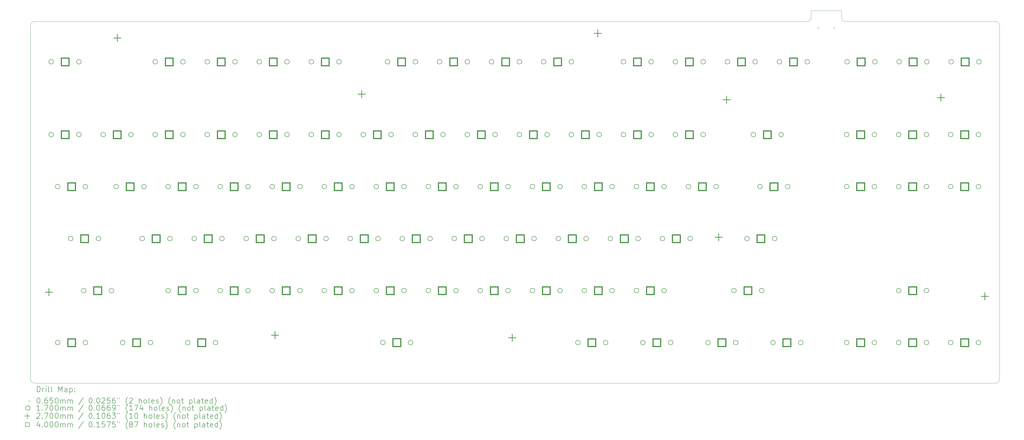
<source format=gbr>
%TF.GenerationSoftware,KiCad,Pcbnew,(6.0.10)*%
%TF.CreationDate,2023-01-10T21:57:41-05:00*%
%TF.ProjectId,2ndKeyboard,326e644b-6579-4626-9f61-72642e6b6963,rev?*%
%TF.SameCoordinates,Original*%
%TF.FileFunction,Drillmap*%
%TF.FilePolarity,Positive*%
%FSLAX45Y45*%
G04 Gerber Fmt 4.5, Leading zero omitted, Abs format (unit mm)*
G04 Created by KiCad (PCBNEW (6.0.10)) date 2023-01-10 21:57:41*
%MOMM*%
%LPD*%
G01*
G04 APERTURE LIST*
%ADD10C,0.100000*%
%ADD11C,0.200000*%
%ADD12C,0.065000*%
%ADD13C,0.170000*%
%ADD14C,0.270000*%
%ADD15C,0.400000*%
G04 APERTURE END LIST*
D10*
X4441251Y-2178000D02*
X32718375Y-2174875D01*
X4282501Y-2336750D02*
X4282500Y-15265747D01*
X32718375Y-2174875D02*
G75*
G03*
X32877125Y-2016125I-5J158755D01*
G01*
X32877125Y-2016125D02*
X32877125Y-1778000D01*
X4441251Y-2178001D02*
G75*
G03*
X4282501Y-2336750I9J-158759D01*
G01*
X32877125Y-1778000D02*
X33988375Y-1778000D01*
X39604000Y-15428000D02*
G75*
G03*
X39779000Y-15253000I14930J160070D01*
G01*
X4282503Y-15265747D02*
G75*
G03*
X4441250Y-15424497I158757J7D01*
G01*
X33988375Y-1778000D02*
X33988375Y-2016125D01*
X39779000Y-2333625D02*
X39779000Y-15253000D01*
X4441250Y-15424497D02*
X39604000Y-15428000D01*
X39778995Y-2333625D02*
G75*
G03*
X39620250Y-2174875I-158745J5D01*
G01*
X34147125Y-2174875D02*
X39620250Y-2174875D01*
X33988375Y-2016125D02*
G75*
G03*
X34147125Y-2174875I158745J-5D01*
G01*
D11*
D12*
X33111250Y-2377000D02*
X33176250Y-2442000D01*
X33176250Y-2377000D02*
X33111250Y-2442000D01*
X33689250Y-2377000D02*
X33754250Y-2442000D01*
X33754250Y-2377000D02*
X33689250Y-2442000D01*
D13*
X5133250Y-3651250D02*
G75*
G03*
X5133250Y-3651250I-85000J0D01*
G01*
X5133250Y-6318250D02*
G75*
G03*
X5133250Y-6318250I-85000J0D01*
G01*
X5371375Y-8223250D02*
G75*
G03*
X5371375Y-8223250I-85000J0D01*
G01*
X5371375Y-13938250D02*
G75*
G03*
X5371375Y-13938250I-85000J0D01*
G01*
X5847625Y-10128250D02*
G75*
G03*
X5847625Y-10128250I-85000J0D01*
G01*
X6149250Y-3651250D02*
G75*
G03*
X6149250Y-3651250I-85000J0D01*
G01*
X6149250Y-6318250D02*
G75*
G03*
X6149250Y-6318250I-85000J0D01*
G01*
X6324250Y-12035250D02*
G75*
G03*
X6324250Y-12035250I-85000J0D01*
G01*
X6387375Y-8223250D02*
G75*
G03*
X6387375Y-8223250I-85000J0D01*
G01*
X6387375Y-13938250D02*
G75*
G03*
X6387375Y-13938250I-85000J0D01*
G01*
X6863625Y-10128250D02*
G75*
G03*
X6863625Y-10128250I-85000J0D01*
G01*
X7038250Y-6318250D02*
G75*
G03*
X7038250Y-6318250I-85000J0D01*
G01*
X7340250Y-12035250D02*
G75*
G03*
X7340250Y-12035250I-85000J0D01*
G01*
X7514500Y-8223250D02*
G75*
G03*
X7514500Y-8223250I-85000J0D01*
G01*
X7752625Y-13938250D02*
G75*
G03*
X7752625Y-13938250I-85000J0D01*
G01*
X8054250Y-6318250D02*
G75*
G03*
X8054250Y-6318250I-85000J0D01*
G01*
X8467000Y-10128250D02*
G75*
G03*
X8467000Y-10128250I-85000J0D01*
G01*
X8530500Y-8223250D02*
G75*
G03*
X8530500Y-8223250I-85000J0D01*
G01*
X8768625Y-13938250D02*
G75*
G03*
X8768625Y-13938250I-85000J0D01*
G01*
X8943250Y-3651250D02*
G75*
G03*
X8943250Y-3651250I-85000J0D01*
G01*
X8943250Y-6318250D02*
G75*
G03*
X8943250Y-6318250I-85000J0D01*
G01*
X9419500Y-8223250D02*
G75*
G03*
X9419500Y-8223250I-85000J0D01*
G01*
X9419500Y-12033250D02*
G75*
G03*
X9419500Y-12033250I-85000J0D01*
G01*
X9483000Y-10128250D02*
G75*
G03*
X9483000Y-10128250I-85000J0D01*
G01*
X9959250Y-3651250D02*
G75*
G03*
X9959250Y-3651250I-85000J0D01*
G01*
X9959250Y-6318250D02*
G75*
G03*
X9959250Y-6318250I-85000J0D01*
G01*
X10133875Y-13938250D02*
G75*
G03*
X10133875Y-13938250I-85000J0D01*
G01*
X10372000Y-10128250D02*
G75*
G03*
X10372000Y-10128250I-85000J0D01*
G01*
X10435500Y-8223250D02*
G75*
G03*
X10435500Y-8223250I-85000J0D01*
G01*
X10435500Y-12033250D02*
G75*
G03*
X10435500Y-12033250I-85000J0D01*
G01*
X10848250Y-3651250D02*
G75*
G03*
X10848250Y-3651250I-85000J0D01*
G01*
X10848250Y-6318250D02*
G75*
G03*
X10848250Y-6318250I-85000J0D01*
G01*
X11149875Y-13938250D02*
G75*
G03*
X11149875Y-13938250I-85000J0D01*
G01*
X11324500Y-8223250D02*
G75*
G03*
X11324500Y-8223250I-85000J0D01*
G01*
X11324500Y-12033250D02*
G75*
G03*
X11324500Y-12033250I-85000J0D01*
G01*
X11388000Y-10128250D02*
G75*
G03*
X11388000Y-10128250I-85000J0D01*
G01*
X11864250Y-3651250D02*
G75*
G03*
X11864250Y-3651250I-85000J0D01*
G01*
X11864250Y-6318250D02*
G75*
G03*
X11864250Y-6318250I-85000J0D01*
G01*
X12277000Y-10128250D02*
G75*
G03*
X12277000Y-10128250I-85000J0D01*
G01*
X12340500Y-8223250D02*
G75*
G03*
X12340500Y-8223250I-85000J0D01*
G01*
X12340500Y-12033250D02*
G75*
G03*
X12340500Y-12033250I-85000J0D01*
G01*
X12753250Y-3651250D02*
G75*
G03*
X12753250Y-3651250I-85000J0D01*
G01*
X12753250Y-6318250D02*
G75*
G03*
X12753250Y-6318250I-85000J0D01*
G01*
X13229500Y-8223250D02*
G75*
G03*
X13229500Y-8223250I-85000J0D01*
G01*
X13229500Y-12033250D02*
G75*
G03*
X13229500Y-12033250I-85000J0D01*
G01*
X13293000Y-10128250D02*
G75*
G03*
X13293000Y-10128250I-85000J0D01*
G01*
X13769250Y-3651250D02*
G75*
G03*
X13769250Y-3651250I-85000J0D01*
G01*
X13769250Y-6318250D02*
G75*
G03*
X13769250Y-6318250I-85000J0D01*
G01*
X14182000Y-10128250D02*
G75*
G03*
X14182000Y-10128250I-85000J0D01*
G01*
X14245500Y-8223250D02*
G75*
G03*
X14245500Y-8223250I-85000J0D01*
G01*
X14245500Y-12033250D02*
G75*
G03*
X14245500Y-12033250I-85000J0D01*
G01*
X14658250Y-3651250D02*
G75*
G03*
X14658250Y-3651250I-85000J0D01*
G01*
X14658250Y-6318250D02*
G75*
G03*
X14658250Y-6318250I-85000J0D01*
G01*
X15134500Y-8223250D02*
G75*
G03*
X15134500Y-8223250I-85000J0D01*
G01*
X15134500Y-12033250D02*
G75*
G03*
X15134500Y-12033250I-85000J0D01*
G01*
X15198000Y-10128250D02*
G75*
G03*
X15198000Y-10128250I-85000J0D01*
G01*
X15674250Y-3651250D02*
G75*
G03*
X15674250Y-3651250I-85000J0D01*
G01*
X15674250Y-6318250D02*
G75*
G03*
X15674250Y-6318250I-85000J0D01*
G01*
X16087000Y-10128250D02*
G75*
G03*
X16087000Y-10128250I-85000J0D01*
G01*
X16150500Y-8223250D02*
G75*
G03*
X16150500Y-8223250I-85000J0D01*
G01*
X16150500Y-12033250D02*
G75*
G03*
X16150500Y-12033250I-85000J0D01*
G01*
X16563250Y-6318250D02*
G75*
G03*
X16563250Y-6318250I-85000J0D01*
G01*
X17039500Y-8223250D02*
G75*
G03*
X17039500Y-8223250I-85000J0D01*
G01*
X17039500Y-12033250D02*
G75*
G03*
X17039500Y-12033250I-85000J0D01*
G01*
X17103000Y-10128250D02*
G75*
G03*
X17103000Y-10128250I-85000J0D01*
G01*
X17279530Y-13936730D02*
G75*
G03*
X17279530Y-13936730I-85000J0D01*
G01*
X17452250Y-3651250D02*
G75*
G03*
X17452250Y-3651250I-85000J0D01*
G01*
X17579250Y-6318250D02*
G75*
G03*
X17579250Y-6318250I-85000J0D01*
G01*
X17992000Y-10128250D02*
G75*
G03*
X17992000Y-10128250I-85000J0D01*
G01*
X18055500Y-8223250D02*
G75*
G03*
X18055500Y-8223250I-85000J0D01*
G01*
X18055500Y-12033250D02*
G75*
G03*
X18055500Y-12033250I-85000J0D01*
G01*
X18295530Y-13936730D02*
G75*
G03*
X18295530Y-13936730I-85000J0D01*
G01*
X18468250Y-3651250D02*
G75*
G03*
X18468250Y-3651250I-85000J0D01*
G01*
X18468250Y-6318250D02*
G75*
G03*
X18468250Y-6318250I-85000J0D01*
G01*
X18944500Y-8223250D02*
G75*
G03*
X18944500Y-8223250I-85000J0D01*
G01*
X18944500Y-12033250D02*
G75*
G03*
X18944500Y-12033250I-85000J0D01*
G01*
X19008000Y-10128250D02*
G75*
G03*
X19008000Y-10128250I-85000J0D01*
G01*
X19357250Y-3651250D02*
G75*
G03*
X19357250Y-3651250I-85000J0D01*
G01*
X19484250Y-6318250D02*
G75*
G03*
X19484250Y-6318250I-85000J0D01*
G01*
X19897000Y-10128250D02*
G75*
G03*
X19897000Y-10128250I-85000J0D01*
G01*
X19960500Y-8223250D02*
G75*
G03*
X19960500Y-8223250I-85000J0D01*
G01*
X19960500Y-12033250D02*
G75*
G03*
X19960500Y-12033250I-85000J0D01*
G01*
X20373250Y-3651250D02*
G75*
G03*
X20373250Y-3651250I-85000J0D01*
G01*
X20373250Y-6318250D02*
G75*
G03*
X20373250Y-6318250I-85000J0D01*
G01*
X20849500Y-8223250D02*
G75*
G03*
X20849500Y-8223250I-85000J0D01*
G01*
X20849500Y-12033250D02*
G75*
G03*
X20849500Y-12033250I-85000J0D01*
G01*
X20913000Y-10128250D02*
G75*
G03*
X20913000Y-10128250I-85000J0D01*
G01*
X21262250Y-3651250D02*
G75*
G03*
X21262250Y-3651250I-85000J0D01*
G01*
X21389250Y-6318250D02*
G75*
G03*
X21389250Y-6318250I-85000J0D01*
G01*
X21802000Y-10128250D02*
G75*
G03*
X21802000Y-10128250I-85000J0D01*
G01*
X21865500Y-8223250D02*
G75*
G03*
X21865500Y-8223250I-85000J0D01*
G01*
X21865500Y-12033250D02*
G75*
G03*
X21865500Y-12033250I-85000J0D01*
G01*
X22278250Y-3651250D02*
G75*
G03*
X22278250Y-3651250I-85000J0D01*
G01*
X22278250Y-6318250D02*
G75*
G03*
X22278250Y-6318250I-85000J0D01*
G01*
X22754500Y-8223250D02*
G75*
G03*
X22754500Y-8223250I-85000J0D01*
G01*
X22754500Y-12033250D02*
G75*
G03*
X22754500Y-12033250I-85000J0D01*
G01*
X22818000Y-10128250D02*
G75*
G03*
X22818000Y-10128250I-85000J0D01*
G01*
X23167250Y-3651250D02*
G75*
G03*
X23167250Y-3651250I-85000J0D01*
G01*
X23294250Y-6318250D02*
G75*
G03*
X23294250Y-6318250I-85000J0D01*
G01*
X23707000Y-10128250D02*
G75*
G03*
X23707000Y-10128250I-85000J0D01*
G01*
X23770500Y-8223250D02*
G75*
G03*
X23770500Y-8223250I-85000J0D01*
G01*
X23770500Y-12033250D02*
G75*
G03*
X23770500Y-12033250I-85000J0D01*
G01*
X24183250Y-3651250D02*
G75*
G03*
X24183250Y-3651250I-85000J0D01*
G01*
X24183250Y-6318250D02*
G75*
G03*
X24183250Y-6318250I-85000J0D01*
G01*
X24421375Y-13938250D02*
G75*
G03*
X24421375Y-13938250I-85000J0D01*
G01*
X24659500Y-8223250D02*
G75*
G03*
X24659500Y-8223250I-85000J0D01*
G01*
X24659500Y-12033250D02*
G75*
G03*
X24659500Y-12033250I-85000J0D01*
G01*
X24723000Y-10128250D02*
G75*
G03*
X24723000Y-10128250I-85000J0D01*
G01*
X25199250Y-6318250D02*
G75*
G03*
X25199250Y-6318250I-85000J0D01*
G01*
X25437375Y-13938250D02*
G75*
G03*
X25437375Y-13938250I-85000J0D01*
G01*
X25612000Y-10128250D02*
G75*
G03*
X25612000Y-10128250I-85000J0D01*
G01*
X25675500Y-8223250D02*
G75*
G03*
X25675500Y-8223250I-85000J0D01*
G01*
X25675500Y-12033250D02*
G75*
G03*
X25675500Y-12033250I-85000J0D01*
G01*
X26088250Y-3651250D02*
G75*
G03*
X26088250Y-3651250I-85000J0D01*
G01*
X26088250Y-6318250D02*
G75*
G03*
X26088250Y-6318250I-85000J0D01*
G01*
X26564500Y-8223250D02*
G75*
G03*
X26564500Y-8223250I-85000J0D01*
G01*
X26564500Y-12033250D02*
G75*
G03*
X26564500Y-12033250I-85000J0D01*
G01*
X26628000Y-10128250D02*
G75*
G03*
X26628000Y-10128250I-85000J0D01*
G01*
X26802250Y-13939250D02*
G75*
G03*
X26802250Y-13939250I-85000J0D01*
G01*
X27104250Y-3651250D02*
G75*
G03*
X27104250Y-3651250I-85000J0D01*
G01*
X27104250Y-6318250D02*
G75*
G03*
X27104250Y-6318250I-85000J0D01*
G01*
X27517000Y-10128250D02*
G75*
G03*
X27517000Y-10128250I-85000J0D01*
G01*
X27580500Y-8223250D02*
G75*
G03*
X27580500Y-8223250I-85000J0D01*
G01*
X27580500Y-12033250D02*
G75*
G03*
X27580500Y-12033250I-85000J0D01*
G01*
X27818250Y-13939250D02*
G75*
G03*
X27818250Y-13939250I-85000J0D01*
G01*
X27993250Y-3651250D02*
G75*
G03*
X27993250Y-3651250I-85000J0D01*
G01*
X27993250Y-6318250D02*
G75*
G03*
X27993250Y-6318250I-85000J0D01*
G01*
X28469500Y-8223250D02*
G75*
G03*
X28469500Y-8223250I-85000J0D01*
G01*
X28533000Y-10128250D02*
G75*
G03*
X28533000Y-10128250I-85000J0D01*
G01*
X29009250Y-3651250D02*
G75*
G03*
X29009250Y-3651250I-85000J0D01*
G01*
X29009250Y-6318250D02*
G75*
G03*
X29009250Y-6318250I-85000J0D01*
G01*
X29183875Y-13938250D02*
G75*
G03*
X29183875Y-13938250I-85000J0D01*
G01*
X29485500Y-8223250D02*
G75*
G03*
X29485500Y-8223250I-85000J0D01*
G01*
X29898250Y-3651250D02*
G75*
G03*
X29898250Y-3651250I-85000J0D01*
G01*
X30136375Y-12033250D02*
G75*
G03*
X30136375Y-12033250I-85000J0D01*
G01*
X30199875Y-13938250D02*
G75*
G03*
X30199875Y-13938250I-85000J0D01*
G01*
X30612625Y-10128250D02*
G75*
G03*
X30612625Y-10128250I-85000J0D01*
G01*
X30848210Y-6319270D02*
G75*
G03*
X30848210Y-6319270I-85000J0D01*
G01*
X30914250Y-3651250D02*
G75*
G03*
X30914250Y-3651250I-85000J0D01*
G01*
X31088875Y-8223250D02*
G75*
G03*
X31088875Y-8223250I-85000J0D01*
G01*
X31152375Y-12033250D02*
G75*
G03*
X31152375Y-12033250I-85000J0D01*
G01*
X31565125Y-13938250D02*
G75*
G03*
X31565125Y-13938250I-85000J0D01*
G01*
X31628625Y-10128250D02*
G75*
G03*
X31628625Y-10128250I-85000J0D01*
G01*
X31803250Y-3651250D02*
G75*
G03*
X31803250Y-3651250I-85000J0D01*
G01*
X31864210Y-6319270D02*
G75*
G03*
X31864210Y-6319270I-85000J0D01*
G01*
X32104875Y-8223250D02*
G75*
G03*
X32104875Y-8223250I-85000J0D01*
G01*
X32581125Y-13938250D02*
G75*
G03*
X32581125Y-13938250I-85000J0D01*
G01*
X32819250Y-3651250D02*
G75*
G03*
X32819250Y-3651250I-85000J0D01*
G01*
X34263875Y-6318250D02*
G75*
G03*
X34263875Y-6318250I-85000J0D01*
G01*
X34263875Y-8223250D02*
G75*
G03*
X34263875Y-8223250I-85000J0D01*
G01*
X34263875Y-13938250D02*
G75*
G03*
X34263875Y-13938250I-85000J0D01*
G01*
X34279750Y-3651250D02*
G75*
G03*
X34279750Y-3651250I-85000J0D01*
G01*
X35279875Y-6318250D02*
G75*
G03*
X35279875Y-6318250I-85000J0D01*
G01*
X35279875Y-8223250D02*
G75*
G03*
X35279875Y-8223250I-85000J0D01*
G01*
X35279875Y-13938250D02*
G75*
G03*
X35279875Y-13938250I-85000J0D01*
G01*
X35295750Y-3651250D02*
G75*
G03*
X35295750Y-3651250I-85000J0D01*
G01*
X36168875Y-6318250D02*
G75*
G03*
X36168875Y-6318250I-85000J0D01*
G01*
X36168875Y-8223250D02*
G75*
G03*
X36168875Y-8223250I-85000J0D01*
G01*
X36168875Y-12033250D02*
G75*
G03*
X36168875Y-12033250I-85000J0D01*
G01*
X36168875Y-13938250D02*
G75*
G03*
X36168875Y-13938250I-85000J0D01*
G01*
X36184750Y-3651250D02*
G75*
G03*
X36184750Y-3651250I-85000J0D01*
G01*
X37184875Y-6318250D02*
G75*
G03*
X37184875Y-6318250I-85000J0D01*
G01*
X37184875Y-8223250D02*
G75*
G03*
X37184875Y-8223250I-85000J0D01*
G01*
X37184875Y-12033250D02*
G75*
G03*
X37184875Y-12033250I-85000J0D01*
G01*
X37184875Y-13938250D02*
G75*
G03*
X37184875Y-13938250I-85000J0D01*
G01*
X37200750Y-3651250D02*
G75*
G03*
X37200750Y-3651250I-85000J0D01*
G01*
X38073875Y-6318250D02*
G75*
G03*
X38073875Y-6318250I-85000J0D01*
G01*
X38073875Y-8223250D02*
G75*
G03*
X38073875Y-8223250I-85000J0D01*
G01*
X38073875Y-13938250D02*
G75*
G03*
X38073875Y-13938250I-85000J0D01*
G01*
X38089750Y-3651250D02*
G75*
G03*
X38089750Y-3651250I-85000J0D01*
G01*
X39089875Y-6318250D02*
G75*
G03*
X39089875Y-6318250I-85000J0D01*
G01*
X39089875Y-8223250D02*
G75*
G03*
X39089875Y-8223250I-85000J0D01*
G01*
X39089875Y-13938250D02*
G75*
G03*
X39089875Y-13938250I-85000J0D01*
G01*
X39105750Y-3651250D02*
G75*
G03*
X39105750Y-3651250I-85000J0D01*
G01*
D14*
X4959000Y-11958000D02*
X4959000Y-12228000D01*
X4824000Y-12093000D02*
X5094000Y-12093000D01*
X7469000Y-2643000D02*
X7469000Y-2913000D01*
X7334000Y-2778000D02*
X7604000Y-2778000D01*
X13239000Y-13533000D02*
X13239000Y-13803000D01*
X13104000Y-13668000D02*
X13374000Y-13668000D01*
X16419000Y-4698000D02*
X16419000Y-4968000D01*
X16284000Y-4833000D02*
X16554000Y-4833000D01*
X21929000Y-13623000D02*
X21929000Y-13893000D01*
X21794000Y-13758000D02*
X22064000Y-13758000D01*
X25059000Y-2473000D02*
X25059000Y-2743000D01*
X24924000Y-2608000D02*
X25194000Y-2608000D01*
X29489000Y-9938000D02*
X29489000Y-10208000D01*
X29354000Y-10073000D02*
X29624000Y-10073000D01*
X29774000Y-4898000D02*
X29774000Y-5168000D01*
X29639000Y-5033000D02*
X29909000Y-5033000D01*
X37624000Y-4828000D02*
X37624000Y-5098000D01*
X37489000Y-4963000D02*
X37759000Y-4963000D01*
X39234000Y-12108000D02*
X39234000Y-12378000D01*
X39099000Y-12243000D02*
X39369000Y-12243000D01*
D15*
X5697673Y-3792673D02*
X5697673Y-3509827D01*
X5414827Y-3509827D01*
X5414827Y-3792673D01*
X5697673Y-3792673D01*
X5697673Y-6459673D02*
X5697673Y-6176827D01*
X5414827Y-6176827D01*
X5414827Y-6459673D01*
X5697673Y-6459673D01*
X5935798Y-8364673D02*
X5935798Y-8081827D01*
X5652952Y-8081827D01*
X5652952Y-8364673D01*
X5935798Y-8364673D01*
X5935798Y-14079673D02*
X5935798Y-13796827D01*
X5652952Y-13796827D01*
X5652952Y-14079673D01*
X5935798Y-14079673D01*
X6412048Y-10269673D02*
X6412048Y-9986827D01*
X6129202Y-9986827D01*
X6129202Y-10269673D01*
X6412048Y-10269673D01*
X6888673Y-12176673D02*
X6888673Y-11893827D01*
X6605827Y-11893827D01*
X6605827Y-12176673D01*
X6888673Y-12176673D01*
X7602673Y-6459673D02*
X7602673Y-6176827D01*
X7319827Y-6176827D01*
X7319827Y-6459673D01*
X7602673Y-6459673D01*
X8078923Y-8364673D02*
X8078923Y-8081827D01*
X7796077Y-8081827D01*
X7796077Y-8364673D01*
X8078923Y-8364673D01*
X8317048Y-14079673D02*
X8317048Y-13796827D01*
X8034202Y-13796827D01*
X8034202Y-14079673D01*
X8317048Y-14079673D01*
X9031423Y-10269673D02*
X9031423Y-9986827D01*
X8748577Y-9986827D01*
X8748577Y-10269673D01*
X9031423Y-10269673D01*
X9507673Y-3792673D02*
X9507673Y-3509827D01*
X9224827Y-3509827D01*
X9224827Y-3792673D01*
X9507673Y-3792673D01*
X9507673Y-6459673D02*
X9507673Y-6176827D01*
X9224827Y-6176827D01*
X9224827Y-6459673D01*
X9507673Y-6459673D01*
X9983923Y-8364673D02*
X9983923Y-8081827D01*
X9701077Y-8081827D01*
X9701077Y-8364673D01*
X9983923Y-8364673D01*
X9983923Y-12174673D02*
X9983923Y-11891827D01*
X9701077Y-11891827D01*
X9701077Y-12174673D01*
X9983923Y-12174673D01*
X10698298Y-14079673D02*
X10698298Y-13796827D01*
X10415452Y-13796827D01*
X10415452Y-14079673D01*
X10698298Y-14079673D01*
X10936423Y-10269673D02*
X10936423Y-9986827D01*
X10653577Y-9986827D01*
X10653577Y-10269673D01*
X10936423Y-10269673D01*
X11412673Y-3792673D02*
X11412673Y-3509827D01*
X11129827Y-3509827D01*
X11129827Y-3792673D01*
X11412673Y-3792673D01*
X11412673Y-6459673D02*
X11412673Y-6176827D01*
X11129827Y-6176827D01*
X11129827Y-6459673D01*
X11412673Y-6459673D01*
X11888923Y-8364673D02*
X11888923Y-8081827D01*
X11606077Y-8081827D01*
X11606077Y-8364673D01*
X11888923Y-8364673D01*
X11888923Y-12174673D02*
X11888923Y-11891827D01*
X11606077Y-11891827D01*
X11606077Y-12174673D01*
X11888923Y-12174673D01*
X12841423Y-10269673D02*
X12841423Y-9986827D01*
X12558577Y-9986827D01*
X12558577Y-10269673D01*
X12841423Y-10269673D01*
X13317673Y-3792673D02*
X13317673Y-3509827D01*
X13034827Y-3509827D01*
X13034827Y-3792673D01*
X13317673Y-3792673D01*
X13317673Y-6459673D02*
X13317673Y-6176827D01*
X13034827Y-6176827D01*
X13034827Y-6459673D01*
X13317673Y-6459673D01*
X13793923Y-8364673D02*
X13793923Y-8081827D01*
X13511077Y-8081827D01*
X13511077Y-8364673D01*
X13793923Y-8364673D01*
X13793923Y-12174673D02*
X13793923Y-11891827D01*
X13511077Y-11891827D01*
X13511077Y-12174673D01*
X13793923Y-12174673D01*
X14746423Y-10269673D02*
X14746423Y-9986827D01*
X14463577Y-9986827D01*
X14463577Y-10269673D01*
X14746423Y-10269673D01*
X15222673Y-3792673D02*
X15222673Y-3509827D01*
X14939827Y-3509827D01*
X14939827Y-3792673D01*
X15222673Y-3792673D01*
X15222673Y-6459673D02*
X15222673Y-6176827D01*
X14939827Y-6176827D01*
X14939827Y-6459673D01*
X15222673Y-6459673D01*
X15698923Y-8364673D02*
X15698923Y-8081827D01*
X15416077Y-8081827D01*
X15416077Y-8364673D01*
X15698923Y-8364673D01*
X15698923Y-12174673D02*
X15698923Y-11891827D01*
X15416077Y-11891827D01*
X15416077Y-12174673D01*
X15698923Y-12174673D01*
X16651423Y-10269673D02*
X16651423Y-9986827D01*
X16368577Y-9986827D01*
X16368577Y-10269673D01*
X16651423Y-10269673D01*
X17127673Y-6459673D02*
X17127673Y-6176827D01*
X16844827Y-6176827D01*
X16844827Y-6459673D01*
X17127673Y-6459673D01*
X17603923Y-8364673D02*
X17603923Y-8081827D01*
X17321077Y-8081827D01*
X17321077Y-8364673D01*
X17603923Y-8364673D01*
X17603923Y-12174673D02*
X17603923Y-11891827D01*
X17321077Y-11891827D01*
X17321077Y-12174673D01*
X17603923Y-12174673D01*
X17843953Y-14078153D02*
X17843953Y-13795307D01*
X17561107Y-13795307D01*
X17561107Y-14078153D01*
X17843953Y-14078153D01*
X18016673Y-3792673D02*
X18016673Y-3509827D01*
X17733827Y-3509827D01*
X17733827Y-3792673D01*
X18016673Y-3792673D01*
X18556423Y-10269673D02*
X18556423Y-9986827D01*
X18273577Y-9986827D01*
X18273577Y-10269673D01*
X18556423Y-10269673D01*
X19032673Y-6459673D02*
X19032673Y-6176827D01*
X18749827Y-6176827D01*
X18749827Y-6459673D01*
X19032673Y-6459673D01*
X19508923Y-8364673D02*
X19508923Y-8081827D01*
X19226077Y-8081827D01*
X19226077Y-8364673D01*
X19508923Y-8364673D01*
X19508923Y-12174673D02*
X19508923Y-11891827D01*
X19226077Y-11891827D01*
X19226077Y-12174673D01*
X19508923Y-12174673D01*
X19921673Y-3792673D02*
X19921673Y-3509827D01*
X19638827Y-3509827D01*
X19638827Y-3792673D01*
X19921673Y-3792673D01*
X20461423Y-10269673D02*
X20461423Y-9986827D01*
X20178577Y-9986827D01*
X20178577Y-10269673D01*
X20461423Y-10269673D01*
X20937673Y-6459673D02*
X20937673Y-6176827D01*
X20654827Y-6176827D01*
X20654827Y-6459673D01*
X20937673Y-6459673D01*
X21413923Y-8364673D02*
X21413923Y-8081827D01*
X21131077Y-8081827D01*
X21131077Y-8364673D01*
X21413923Y-8364673D01*
X21413923Y-12174673D02*
X21413923Y-11891827D01*
X21131077Y-11891827D01*
X21131077Y-12174673D01*
X21413923Y-12174673D01*
X21826673Y-3792673D02*
X21826673Y-3509827D01*
X21543827Y-3509827D01*
X21543827Y-3792673D01*
X21826673Y-3792673D01*
X22366423Y-10269673D02*
X22366423Y-9986827D01*
X22083577Y-9986827D01*
X22083577Y-10269673D01*
X22366423Y-10269673D01*
X22842673Y-6459673D02*
X22842673Y-6176827D01*
X22559827Y-6176827D01*
X22559827Y-6459673D01*
X22842673Y-6459673D01*
X23318923Y-8364673D02*
X23318923Y-8081827D01*
X23036077Y-8081827D01*
X23036077Y-8364673D01*
X23318923Y-8364673D01*
X23318923Y-12174673D02*
X23318923Y-11891827D01*
X23036077Y-11891827D01*
X23036077Y-12174673D01*
X23318923Y-12174673D01*
X23731673Y-3792673D02*
X23731673Y-3509827D01*
X23448827Y-3509827D01*
X23448827Y-3792673D01*
X23731673Y-3792673D01*
X24271423Y-10269673D02*
X24271423Y-9986827D01*
X23988577Y-9986827D01*
X23988577Y-10269673D01*
X24271423Y-10269673D01*
X24747673Y-6459673D02*
X24747673Y-6176827D01*
X24464827Y-6176827D01*
X24464827Y-6459673D01*
X24747673Y-6459673D01*
X24985798Y-14079673D02*
X24985798Y-13796827D01*
X24702952Y-13796827D01*
X24702952Y-14079673D01*
X24985798Y-14079673D01*
X25223923Y-8364673D02*
X25223923Y-8081827D01*
X24941077Y-8081827D01*
X24941077Y-8364673D01*
X25223923Y-8364673D01*
X25223923Y-12174673D02*
X25223923Y-11891827D01*
X24941077Y-11891827D01*
X24941077Y-12174673D01*
X25223923Y-12174673D01*
X26176423Y-10269673D02*
X26176423Y-9986827D01*
X25893577Y-9986827D01*
X25893577Y-10269673D01*
X26176423Y-10269673D01*
X26652673Y-3792673D02*
X26652673Y-3509827D01*
X26369827Y-3509827D01*
X26369827Y-3792673D01*
X26652673Y-3792673D01*
X26652673Y-6459673D02*
X26652673Y-6176827D01*
X26369827Y-6176827D01*
X26369827Y-6459673D01*
X26652673Y-6459673D01*
X27128923Y-8364673D02*
X27128923Y-8081827D01*
X26846077Y-8081827D01*
X26846077Y-8364673D01*
X27128923Y-8364673D01*
X27128923Y-12174673D02*
X27128923Y-11891827D01*
X26846077Y-11891827D01*
X26846077Y-12174673D01*
X27128923Y-12174673D01*
X27366673Y-14080673D02*
X27366673Y-13797827D01*
X27083827Y-13797827D01*
X27083827Y-14080673D01*
X27366673Y-14080673D01*
X28081423Y-10269673D02*
X28081423Y-9986827D01*
X27798577Y-9986827D01*
X27798577Y-10269673D01*
X28081423Y-10269673D01*
X28557673Y-3792673D02*
X28557673Y-3509827D01*
X28274827Y-3509827D01*
X28274827Y-3792673D01*
X28557673Y-3792673D01*
X28557673Y-6459673D02*
X28557673Y-6176827D01*
X28274827Y-6176827D01*
X28274827Y-6459673D01*
X28557673Y-6459673D01*
X29033923Y-8364673D02*
X29033923Y-8081827D01*
X28751077Y-8081827D01*
X28751077Y-8364673D01*
X29033923Y-8364673D01*
X29748298Y-14079673D02*
X29748298Y-13796827D01*
X29465452Y-13796827D01*
X29465452Y-14079673D01*
X29748298Y-14079673D01*
X30462673Y-3792673D02*
X30462673Y-3509827D01*
X30179827Y-3509827D01*
X30179827Y-3792673D01*
X30462673Y-3792673D01*
X30700798Y-12174673D02*
X30700798Y-11891827D01*
X30417952Y-11891827D01*
X30417952Y-12174673D01*
X30700798Y-12174673D01*
X31177048Y-10269673D02*
X31177048Y-9986827D01*
X30894202Y-9986827D01*
X30894202Y-10269673D01*
X31177048Y-10269673D01*
X31412633Y-6460693D02*
X31412633Y-6177847D01*
X31129787Y-6177847D01*
X31129787Y-6460693D01*
X31412633Y-6460693D01*
X31653298Y-8364673D02*
X31653298Y-8081827D01*
X31370452Y-8081827D01*
X31370452Y-8364673D01*
X31653298Y-8364673D01*
X32129548Y-14079673D02*
X32129548Y-13796827D01*
X31846702Y-13796827D01*
X31846702Y-14079673D01*
X32129548Y-14079673D01*
X32367673Y-3792673D02*
X32367673Y-3509827D01*
X32084827Y-3509827D01*
X32084827Y-3792673D01*
X32367673Y-3792673D01*
X34828298Y-6459673D02*
X34828298Y-6176827D01*
X34545452Y-6176827D01*
X34545452Y-6459673D01*
X34828298Y-6459673D01*
X34828298Y-8364673D02*
X34828298Y-8081827D01*
X34545452Y-8081827D01*
X34545452Y-8364673D01*
X34828298Y-8364673D01*
X34828298Y-14079673D02*
X34828298Y-13796827D01*
X34545452Y-13796827D01*
X34545452Y-14079673D01*
X34828298Y-14079673D01*
X34844173Y-3792673D02*
X34844173Y-3509827D01*
X34561327Y-3509827D01*
X34561327Y-3792673D01*
X34844173Y-3792673D01*
X36733298Y-6459673D02*
X36733298Y-6176827D01*
X36450452Y-6176827D01*
X36450452Y-6459673D01*
X36733298Y-6459673D01*
X36733298Y-8364673D02*
X36733298Y-8081827D01*
X36450452Y-8081827D01*
X36450452Y-8364673D01*
X36733298Y-8364673D01*
X36733298Y-12174673D02*
X36733298Y-11891827D01*
X36450452Y-11891827D01*
X36450452Y-12174673D01*
X36733298Y-12174673D01*
X36733298Y-14079673D02*
X36733298Y-13796827D01*
X36450452Y-13796827D01*
X36450452Y-14079673D01*
X36733298Y-14079673D01*
X36749173Y-3792673D02*
X36749173Y-3509827D01*
X36466327Y-3509827D01*
X36466327Y-3792673D01*
X36749173Y-3792673D01*
X38638298Y-6459673D02*
X38638298Y-6176827D01*
X38355452Y-6176827D01*
X38355452Y-6459673D01*
X38638298Y-6459673D01*
X38638298Y-8364673D02*
X38638298Y-8081827D01*
X38355452Y-8081827D01*
X38355452Y-8364673D01*
X38638298Y-8364673D01*
X38638298Y-14079673D02*
X38638298Y-13796827D01*
X38355452Y-13796827D01*
X38355452Y-14079673D01*
X38638298Y-14079673D01*
X38654173Y-3792673D02*
X38654173Y-3509827D01*
X38371327Y-3509827D01*
X38371327Y-3792673D01*
X38654173Y-3792673D01*
D11*
X4535119Y-15744171D02*
X4535119Y-15544171D01*
X4582738Y-15544171D01*
X4611310Y-15553695D01*
X4630357Y-15572742D01*
X4639881Y-15591790D01*
X4649405Y-15629885D01*
X4649405Y-15658457D01*
X4639881Y-15696552D01*
X4630357Y-15715599D01*
X4611310Y-15734647D01*
X4582738Y-15744171D01*
X4535119Y-15744171D01*
X4735119Y-15744171D02*
X4735119Y-15610838D01*
X4735119Y-15648933D02*
X4744643Y-15629885D01*
X4754167Y-15620361D01*
X4773214Y-15610838D01*
X4792262Y-15610838D01*
X4858929Y-15744171D02*
X4858929Y-15610838D01*
X4858929Y-15544171D02*
X4849405Y-15553695D01*
X4858929Y-15563219D01*
X4868452Y-15553695D01*
X4858929Y-15544171D01*
X4858929Y-15563219D01*
X4982738Y-15744171D02*
X4963690Y-15734647D01*
X4954167Y-15715599D01*
X4954167Y-15544171D01*
X5087500Y-15744171D02*
X5068452Y-15734647D01*
X5058929Y-15715599D01*
X5058929Y-15544171D01*
X5316071Y-15744171D02*
X5316071Y-15544171D01*
X5382738Y-15687028D01*
X5449405Y-15544171D01*
X5449405Y-15744171D01*
X5630357Y-15744171D02*
X5630357Y-15639409D01*
X5620833Y-15620361D01*
X5601786Y-15610838D01*
X5563690Y-15610838D01*
X5544643Y-15620361D01*
X5630357Y-15734647D02*
X5611309Y-15744171D01*
X5563690Y-15744171D01*
X5544643Y-15734647D01*
X5535119Y-15715599D01*
X5535119Y-15696552D01*
X5544643Y-15677504D01*
X5563690Y-15667980D01*
X5611309Y-15667980D01*
X5630357Y-15658457D01*
X5725595Y-15610838D02*
X5725595Y-15810838D01*
X5725595Y-15620361D02*
X5744643Y-15610838D01*
X5782738Y-15610838D01*
X5801786Y-15620361D01*
X5811309Y-15629885D01*
X5820833Y-15648933D01*
X5820833Y-15706076D01*
X5811309Y-15725123D01*
X5801786Y-15734647D01*
X5782738Y-15744171D01*
X5744643Y-15744171D01*
X5725595Y-15734647D01*
X5906548Y-15725123D02*
X5916071Y-15734647D01*
X5906548Y-15744171D01*
X5897024Y-15734647D01*
X5906548Y-15725123D01*
X5906548Y-15744171D01*
X5906548Y-15620361D02*
X5916071Y-15629885D01*
X5906548Y-15639409D01*
X5897024Y-15629885D01*
X5906548Y-15620361D01*
X5906548Y-15639409D01*
D12*
X4212500Y-16041195D02*
X4277500Y-16106195D01*
X4277500Y-16041195D02*
X4212500Y-16106195D01*
D11*
X4573214Y-15964171D02*
X4592262Y-15964171D01*
X4611310Y-15973695D01*
X4620833Y-15983219D01*
X4630357Y-16002266D01*
X4639881Y-16040361D01*
X4639881Y-16087980D01*
X4630357Y-16126076D01*
X4620833Y-16145123D01*
X4611310Y-16154647D01*
X4592262Y-16164171D01*
X4573214Y-16164171D01*
X4554167Y-16154647D01*
X4544643Y-16145123D01*
X4535119Y-16126076D01*
X4525595Y-16087980D01*
X4525595Y-16040361D01*
X4535119Y-16002266D01*
X4544643Y-15983219D01*
X4554167Y-15973695D01*
X4573214Y-15964171D01*
X4725595Y-16145123D02*
X4735119Y-16154647D01*
X4725595Y-16164171D01*
X4716071Y-16154647D01*
X4725595Y-16145123D01*
X4725595Y-16164171D01*
X4906548Y-15964171D02*
X4868452Y-15964171D01*
X4849405Y-15973695D01*
X4839881Y-15983219D01*
X4820833Y-16011790D01*
X4811310Y-16049885D01*
X4811310Y-16126076D01*
X4820833Y-16145123D01*
X4830357Y-16154647D01*
X4849405Y-16164171D01*
X4887500Y-16164171D01*
X4906548Y-16154647D01*
X4916071Y-16145123D01*
X4925595Y-16126076D01*
X4925595Y-16078457D01*
X4916071Y-16059409D01*
X4906548Y-16049885D01*
X4887500Y-16040361D01*
X4849405Y-16040361D01*
X4830357Y-16049885D01*
X4820833Y-16059409D01*
X4811310Y-16078457D01*
X5106548Y-15964171D02*
X5011310Y-15964171D01*
X5001786Y-16059409D01*
X5011310Y-16049885D01*
X5030357Y-16040361D01*
X5077976Y-16040361D01*
X5097024Y-16049885D01*
X5106548Y-16059409D01*
X5116071Y-16078457D01*
X5116071Y-16126076D01*
X5106548Y-16145123D01*
X5097024Y-16154647D01*
X5077976Y-16164171D01*
X5030357Y-16164171D01*
X5011310Y-16154647D01*
X5001786Y-16145123D01*
X5239881Y-15964171D02*
X5258929Y-15964171D01*
X5277976Y-15973695D01*
X5287500Y-15983219D01*
X5297024Y-16002266D01*
X5306548Y-16040361D01*
X5306548Y-16087980D01*
X5297024Y-16126076D01*
X5287500Y-16145123D01*
X5277976Y-16154647D01*
X5258929Y-16164171D01*
X5239881Y-16164171D01*
X5220833Y-16154647D01*
X5211310Y-16145123D01*
X5201786Y-16126076D01*
X5192262Y-16087980D01*
X5192262Y-16040361D01*
X5201786Y-16002266D01*
X5211310Y-15983219D01*
X5220833Y-15973695D01*
X5239881Y-15964171D01*
X5392262Y-16164171D02*
X5392262Y-16030838D01*
X5392262Y-16049885D02*
X5401786Y-16040361D01*
X5420833Y-16030838D01*
X5449405Y-16030838D01*
X5468452Y-16040361D01*
X5477976Y-16059409D01*
X5477976Y-16164171D01*
X5477976Y-16059409D02*
X5487500Y-16040361D01*
X5506548Y-16030838D01*
X5535119Y-16030838D01*
X5554167Y-16040361D01*
X5563690Y-16059409D01*
X5563690Y-16164171D01*
X5658928Y-16164171D02*
X5658928Y-16030838D01*
X5658928Y-16049885D02*
X5668452Y-16040361D01*
X5687500Y-16030838D01*
X5716071Y-16030838D01*
X5735119Y-16040361D01*
X5744643Y-16059409D01*
X5744643Y-16164171D01*
X5744643Y-16059409D02*
X5754167Y-16040361D01*
X5773214Y-16030838D01*
X5801786Y-16030838D01*
X5820833Y-16040361D01*
X5830357Y-16059409D01*
X5830357Y-16164171D01*
X6220833Y-15954647D02*
X6049405Y-16211790D01*
X6477976Y-15964171D02*
X6497024Y-15964171D01*
X6516071Y-15973695D01*
X6525595Y-15983219D01*
X6535119Y-16002266D01*
X6544643Y-16040361D01*
X6544643Y-16087980D01*
X6535119Y-16126076D01*
X6525595Y-16145123D01*
X6516071Y-16154647D01*
X6497024Y-16164171D01*
X6477976Y-16164171D01*
X6458928Y-16154647D01*
X6449405Y-16145123D01*
X6439881Y-16126076D01*
X6430357Y-16087980D01*
X6430357Y-16040361D01*
X6439881Y-16002266D01*
X6449405Y-15983219D01*
X6458928Y-15973695D01*
X6477976Y-15964171D01*
X6630357Y-16145123D02*
X6639881Y-16154647D01*
X6630357Y-16164171D01*
X6620833Y-16154647D01*
X6630357Y-16145123D01*
X6630357Y-16164171D01*
X6763690Y-15964171D02*
X6782738Y-15964171D01*
X6801786Y-15973695D01*
X6811309Y-15983219D01*
X6820833Y-16002266D01*
X6830357Y-16040361D01*
X6830357Y-16087980D01*
X6820833Y-16126076D01*
X6811309Y-16145123D01*
X6801786Y-16154647D01*
X6782738Y-16164171D01*
X6763690Y-16164171D01*
X6744643Y-16154647D01*
X6735119Y-16145123D01*
X6725595Y-16126076D01*
X6716071Y-16087980D01*
X6716071Y-16040361D01*
X6725595Y-16002266D01*
X6735119Y-15983219D01*
X6744643Y-15973695D01*
X6763690Y-15964171D01*
X6906548Y-15983219D02*
X6916071Y-15973695D01*
X6935119Y-15964171D01*
X6982738Y-15964171D01*
X7001786Y-15973695D01*
X7011309Y-15983219D01*
X7020833Y-16002266D01*
X7020833Y-16021314D01*
X7011309Y-16049885D01*
X6897024Y-16164171D01*
X7020833Y-16164171D01*
X7201786Y-15964171D02*
X7106548Y-15964171D01*
X7097024Y-16059409D01*
X7106548Y-16049885D01*
X7125595Y-16040361D01*
X7173214Y-16040361D01*
X7192262Y-16049885D01*
X7201786Y-16059409D01*
X7211309Y-16078457D01*
X7211309Y-16126076D01*
X7201786Y-16145123D01*
X7192262Y-16154647D01*
X7173214Y-16164171D01*
X7125595Y-16164171D01*
X7106548Y-16154647D01*
X7097024Y-16145123D01*
X7382738Y-15964171D02*
X7344643Y-15964171D01*
X7325595Y-15973695D01*
X7316071Y-15983219D01*
X7297024Y-16011790D01*
X7287500Y-16049885D01*
X7287500Y-16126076D01*
X7297024Y-16145123D01*
X7306548Y-16154647D01*
X7325595Y-16164171D01*
X7363690Y-16164171D01*
X7382738Y-16154647D01*
X7392262Y-16145123D01*
X7401786Y-16126076D01*
X7401786Y-16078457D01*
X7392262Y-16059409D01*
X7382738Y-16049885D01*
X7363690Y-16040361D01*
X7325595Y-16040361D01*
X7306548Y-16049885D01*
X7297024Y-16059409D01*
X7287500Y-16078457D01*
X7477976Y-15964171D02*
X7477976Y-16002266D01*
X7554167Y-15964171D02*
X7554167Y-16002266D01*
X7849405Y-16240361D02*
X7839881Y-16230838D01*
X7820833Y-16202266D01*
X7811309Y-16183219D01*
X7801786Y-16154647D01*
X7792262Y-16107028D01*
X7792262Y-16068933D01*
X7801786Y-16021314D01*
X7811309Y-15992742D01*
X7820833Y-15973695D01*
X7839881Y-15945123D01*
X7849405Y-15935599D01*
X7916071Y-15983219D02*
X7925595Y-15973695D01*
X7944643Y-15964171D01*
X7992262Y-15964171D01*
X8011309Y-15973695D01*
X8020833Y-15983219D01*
X8030357Y-16002266D01*
X8030357Y-16021314D01*
X8020833Y-16049885D01*
X7906548Y-16164171D01*
X8030357Y-16164171D01*
X8268452Y-16164171D02*
X8268452Y-15964171D01*
X8354167Y-16164171D02*
X8354167Y-16059409D01*
X8344643Y-16040361D01*
X8325595Y-16030838D01*
X8297024Y-16030838D01*
X8277976Y-16040361D01*
X8268452Y-16049885D01*
X8477976Y-16164171D02*
X8458929Y-16154647D01*
X8449405Y-16145123D01*
X8439881Y-16126076D01*
X8439881Y-16068933D01*
X8449405Y-16049885D01*
X8458929Y-16040361D01*
X8477976Y-16030838D01*
X8506548Y-16030838D01*
X8525595Y-16040361D01*
X8535119Y-16049885D01*
X8544643Y-16068933D01*
X8544643Y-16126076D01*
X8535119Y-16145123D01*
X8525595Y-16154647D01*
X8506548Y-16164171D01*
X8477976Y-16164171D01*
X8658929Y-16164171D02*
X8639881Y-16154647D01*
X8630357Y-16135599D01*
X8630357Y-15964171D01*
X8811310Y-16154647D02*
X8792262Y-16164171D01*
X8754167Y-16164171D01*
X8735119Y-16154647D01*
X8725595Y-16135599D01*
X8725595Y-16059409D01*
X8735119Y-16040361D01*
X8754167Y-16030838D01*
X8792262Y-16030838D01*
X8811310Y-16040361D01*
X8820833Y-16059409D01*
X8820833Y-16078457D01*
X8725595Y-16097504D01*
X8897024Y-16154647D02*
X8916071Y-16164171D01*
X8954167Y-16164171D01*
X8973214Y-16154647D01*
X8982738Y-16135599D01*
X8982738Y-16126076D01*
X8973214Y-16107028D01*
X8954167Y-16097504D01*
X8925595Y-16097504D01*
X8906548Y-16087980D01*
X8897024Y-16068933D01*
X8897024Y-16059409D01*
X8906548Y-16040361D01*
X8925595Y-16030838D01*
X8954167Y-16030838D01*
X8973214Y-16040361D01*
X9049405Y-16240361D02*
X9058929Y-16230838D01*
X9077976Y-16202266D01*
X9087500Y-16183219D01*
X9097024Y-16154647D01*
X9106548Y-16107028D01*
X9106548Y-16068933D01*
X9097024Y-16021314D01*
X9087500Y-15992742D01*
X9077976Y-15973695D01*
X9058929Y-15945123D01*
X9049405Y-15935599D01*
X9411310Y-16240361D02*
X9401786Y-16230838D01*
X9382738Y-16202266D01*
X9373214Y-16183219D01*
X9363690Y-16154647D01*
X9354167Y-16107028D01*
X9354167Y-16068933D01*
X9363690Y-16021314D01*
X9373214Y-15992742D01*
X9382738Y-15973695D01*
X9401786Y-15945123D01*
X9411310Y-15935599D01*
X9487500Y-16030838D02*
X9487500Y-16164171D01*
X9487500Y-16049885D02*
X9497024Y-16040361D01*
X9516071Y-16030838D01*
X9544643Y-16030838D01*
X9563690Y-16040361D01*
X9573214Y-16059409D01*
X9573214Y-16164171D01*
X9697024Y-16164171D02*
X9677976Y-16154647D01*
X9668452Y-16145123D01*
X9658929Y-16126076D01*
X9658929Y-16068933D01*
X9668452Y-16049885D01*
X9677976Y-16040361D01*
X9697024Y-16030838D01*
X9725595Y-16030838D01*
X9744643Y-16040361D01*
X9754167Y-16049885D01*
X9763690Y-16068933D01*
X9763690Y-16126076D01*
X9754167Y-16145123D01*
X9744643Y-16154647D01*
X9725595Y-16164171D01*
X9697024Y-16164171D01*
X9820833Y-16030838D02*
X9897024Y-16030838D01*
X9849405Y-15964171D02*
X9849405Y-16135599D01*
X9858929Y-16154647D01*
X9877976Y-16164171D01*
X9897024Y-16164171D01*
X10116071Y-16030838D02*
X10116071Y-16230838D01*
X10116071Y-16040361D02*
X10135119Y-16030838D01*
X10173214Y-16030838D01*
X10192262Y-16040361D01*
X10201786Y-16049885D01*
X10211310Y-16068933D01*
X10211310Y-16126076D01*
X10201786Y-16145123D01*
X10192262Y-16154647D01*
X10173214Y-16164171D01*
X10135119Y-16164171D01*
X10116071Y-16154647D01*
X10325595Y-16164171D02*
X10306548Y-16154647D01*
X10297024Y-16135599D01*
X10297024Y-15964171D01*
X10487500Y-16164171D02*
X10487500Y-16059409D01*
X10477976Y-16040361D01*
X10458929Y-16030838D01*
X10420833Y-16030838D01*
X10401786Y-16040361D01*
X10487500Y-16154647D02*
X10468452Y-16164171D01*
X10420833Y-16164171D01*
X10401786Y-16154647D01*
X10392262Y-16135599D01*
X10392262Y-16116552D01*
X10401786Y-16097504D01*
X10420833Y-16087980D01*
X10468452Y-16087980D01*
X10487500Y-16078457D01*
X10554167Y-16030838D02*
X10630357Y-16030838D01*
X10582738Y-15964171D02*
X10582738Y-16135599D01*
X10592262Y-16154647D01*
X10611310Y-16164171D01*
X10630357Y-16164171D01*
X10773214Y-16154647D02*
X10754167Y-16164171D01*
X10716071Y-16164171D01*
X10697024Y-16154647D01*
X10687500Y-16135599D01*
X10687500Y-16059409D01*
X10697024Y-16040361D01*
X10716071Y-16030838D01*
X10754167Y-16030838D01*
X10773214Y-16040361D01*
X10782738Y-16059409D01*
X10782738Y-16078457D01*
X10687500Y-16097504D01*
X10954167Y-16164171D02*
X10954167Y-15964171D01*
X10954167Y-16154647D02*
X10935119Y-16164171D01*
X10897024Y-16164171D01*
X10877976Y-16154647D01*
X10868452Y-16145123D01*
X10858929Y-16126076D01*
X10858929Y-16068933D01*
X10868452Y-16049885D01*
X10877976Y-16040361D01*
X10897024Y-16030838D01*
X10935119Y-16030838D01*
X10954167Y-16040361D01*
X11030357Y-16240361D02*
X11039881Y-16230838D01*
X11058929Y-16202266D01*
X11068452Y-16183219D01*
X11077976Y-16154647D01*
X11087500Y-16107028D01*
X11087500Y-16068933D01*
X11077976Y-16021314D01*
X11068452Y-15992742D01*
X11058929Y-15973695D01*
X11039881Y-15945123D01*
X11030357Y-15935599D01*
D13*
X4277500Y-16337695D02*
G75*
G03*
X4277500Y-16337695I-85000J0D01*
G01*
D11*
X4639881Y-16428171D02*
X4525595Y-16428171D01*
X4582738Y-16428171D02*
X4582738Y-16228171D01*
X4563690Y-16256742D01*
X4544643Y-16275790D01*
X4525595Y-16285314D01*
X4725595Y-16409123D02*
X4735119Y-16418647D01*
X4725595Y-16428171D01*
X4716071Y-16418647D01*
X4725595Y-16409123D01*
X4725595Y-16428171D01*
X4801786Y-16228171D02*
X4935119Y-16228171D01*
X4849405Y-16428171D01*
X5049405Y-16228171D02*
X5068452Y-16228171D01*
X5087500Y-16237695D01*
X5097024Y-16247219D01*
X5106548Y-16266266D01*
X5116071Y-16304361D01*
X5116071Y-16351980D01*
X5106548Y-16390076D01*
X5097024Y-16409123D01*
X5087500Y-16418647D01*
X5068452Y-16428171D01*
X5049405Y-16428171D01*
X5030357Y-16418647D01*
X5020833Y-16409123D01*
X5011310Y-16390076D01*
X5001786Y-16351980D01*
X5001786Y-16304361D01*
X5011310Y-16266266D01*
X5020833Y-16247219D01*
X5030357Y-16237695D01*
X5049405Y-16228171D01*
X5239881Y-16228171D02*
X5258929Y-16228171D01*
X5277976Y-16237695D01*
X5287500Y-16247219D01*
X5297024Y-16266266D01*
X5306548Y-16304361D01*
X5306548Y-16351980D01*
X5297024Y-16390076D01*
X5287500Y-16409123D01*
X5277976Y-16418647D01*
X5258929Y-16428171D01*
X5239881Y-16428171D01*
X5220833Y-16418647D01*
X5211310Y-16409123D01*
X5201786Y-16390076D01*
X5192262Y-16351980D01*
X5192262Y-16304361D01*
X5201786Y-16266266D01*
X5211310Y-16247219D01*
X5220833Y-16237695D01*
X5239881Y-16228171D01*
X5392262Y-16428171D02*
X5392262Y-16294838D01*
X5392262Y-16313885D02*
X5401786Y-16304361D01*
X5420833Y-16294838D01*
X5449405Y-16294838D01*
X5468452Y-16304361D01*
X5477976Y-16323409D01*
X5477976Y-16428171D01*
X5477976Y-16323409D02*
X5487500Y-16304361D01*
X5506548Y-16294838D01*
X5535119Y-16294838D01*
X5554167Y-16304361D01*
X5563690Y-16323409D01*
X5563690Y-16428171D01*
X5658928Y-16428171D02*
X5658928Y-16294838D01*
X5658928Y-16313885D02*
X5668452Y-16304361D01*
X5687500Y-16294838D01*
X5716071Y-16294838D01*
X5735119Y-16304361D01*
X5744643Y-16323409D01*
X5744643Y-16428171D01*
X5744643Y-16323409D02*
X5754167Y-16304361D01*
X5773214Y-16294838D01*
X5801786Y-16294838D01*
X5820833Y-16304361D01*
X5830357Y-16323409D01*
X5830357Y-16428171D01*
X6220833Y-16218647D02*
X6049405Y-16475790D01*
X6477976Y-16228171D02*
X6497024Y-16228171D01*
X6516071Y-16237695D01*
X6525595Y-16247219D01*
X6535119Y-16266266D01*
X6544643Y-16304361D01*
X6544643Y-16351980D01*
X6535119Y-16390076D01*
X6525595Y-16409123D01*
X6516071Y-16418647D01*
X6497024Y-16428171D01*
X6477976Y-16428171D01*
X6458928Y-16418647D01*
X6449405Y-16409123D01*
X6439881Y-16390076D01*
X6430357Y-16351980D01*
X6430357Y-16304361D01*
X6439881Y-16266266D01*
X6449405Y-16247219D01*
X6458928Y-16237695D01*
X6477976Y-16228171D01*
X6630357Y-16409123D02*
X6639881Y-16418647D01*
X6630357Y-16428171D01*
X6620833Y-16418647D01*
X6630357Y-16409123D01*
X6630357Y-16428171D01*
X6763690Y-16228171D02*
X6782738Y-16228171D01*
X6801786Y-16237695D01*
X6811309Y-16247219D01*
X6820833Y-16266266D01*
X6830357Y-16304361D01*
X6830357Y-16351980D01*
X6820833Y-16390076D01*
X6811309Y-16409123D01*
X6801786Y-16418647D01*
X6782738Y-16428171D01*
X6763690Y-16428171D01*
X6744643Y-16418647D01*
X6735119Y-16409123D01*
X6725595Y-16390076D01*
X6716071Y-16351980D01*
X6716071Y-16304361D01*
X6725595Y-16266266D01*
X6735119Y-16247219D01*
X6744643Y-16237695D01*
X6763690Y-16228171D01*
X7001786Y-16228171D02*
X6963690Y-16228171D01*
X6944643Y-16237695D01*
X6935119Y-16247219D01*
X6916071Y-16275790D01*
X6906548Y-16313885D01*
X6906548Y-16390076D01*
X6916071Y-16409123D01*
X6925595Y-16418647D01*
X6944643Y-16428171D01*
X6982738Y-16428171D01*
X7001786Y-16418647D01*
X7011309Y-16409123D01*
X7020833Y-16390076D01*
X7020833Y-16342457D01*
X7011309Y-16323409D01*
X7001786Y-16313885D01*
X6982738Y-16304361D01*
X6944643Y-16304361D01*
X6925595Y-16313885D01*
X6916071Y-16323409D01*
X6906548Y-16342457D01*
X7192262Y-16228171D02*
X7154167Y-16228171D01*
X7135119Y-16237695D01*
X7125595Y-16247219D01*
X7106548Y-16275790D01*
X7097024Y-16313885D01*
X7097024Y-16390076D01*
X7106548Y-16409123D01*
X7116071Y-16418647D01*
X7135119Y-16428171D01*
X7173214Y-16428171D01*
X7192262Y-16418647D01*
X7201786Y-16409123D01*
X7211309Y-16390076D01*
X7211309Y-16342457D01*
X7201786Y-16323409D01*
X7192262Y-16313885D01*
X7173214Y-16304361D01*
X7135119Y-16304361D01*
X7116071Y-16313885D01*
X7106548Y-16323409D01*
X7097024Y-16342457D01*
X7306548Y-16428171D02*
X7344643Y-16428171D01*
X7363690Y-16418647D01*
X7373214Y-16409123D01*
X7392262Y-16380552D01*
X7401786Y-16342457D01*
X7401786Y-16266266D01*
X7392262Y-16247219D01*
X7382738Y-16237695D01*
X7363690Y-16228171D01*
X7325595Y-16228171D01*
X7306548Y-16237695D01*
X7297024Y-16247219D01*
X7287500Y-16266266D01*
X7287500Y-16313885D01*
X7297024Y-16332933D01*
X7306548Y-16342457D01*
X7325595Y-16351980D01*
X7363690Y-16351980D01*
X7382738Y-16342457D01*
X7392262Y-16332933D01*
X7401786Y-16313885D01*
X7477976Y-16228171D02*
X7477976Y-16266266D01*
X7554167Y-16228171D02*
X7554167Y-16266266D01*
X7849405Y-16504361D02*
X7839881Y-16494838D01*
X7820833Y-16466266D01*
X7811309Y-16447219D01*
X7801786Y-16418647D01*
X7792262Y-16371028D01*
X7792262Y-16332933D01*
X7801786Y-16285314D01*
X7811309Y-16256742D01*
X7820833Y-16237695D01*
X7839881Y-16209123D01*
X7849405Y-16199599D01*
X8030357Y-16428171D02*
X7916071Y-16428171D01*
X7973214Y-16428171D02*
X7973214Y-16228171D01*
X7954167Y-16256742D01*
X7935119Y-16275790D01*
X7916071Y-16285314D01*
X8097024Y-16228171D02*
X8230357Y-16228171D01*
X8144643Y-16428171D01*
X8392262Y-16294838D02*
X8392262Y-16428171D01*
X8344643Y-16218647D02*
X8297024Y-16361504D01*
X8420833Y-16361504D01*
X8649405Y-16428171D02*
X8649405Y-16228171D01*
X8735119Y-16428171D02*
X8735119Y-16323409D01*
X8725595Y-16304361D01*
X8706548Y-16294838D01*
X8677976Y-16294838D01*
X8658929Y-16304361D01*
X8649405Y-16313885D01*
X8858929Y-16428171D02*
X8839881Y-16418647D01*
X8830357Y-16409123D01*
X8820833Y-16390076D01*
X8820833Y-16332933D01*
X8830357Y-16313885D01*
X8839881Y-16304361D01*
X8858929Y-16294838D01*
X8887500Y-16294838D01*
X8906548Y-16304361D01*
X8916071Y-16313885D01*
X8925595Y-16332933D01*
X8925595Y-16390076D01*
X8916071Y-16409123D01*
X8906548Y-16418647D01*
X8887500Y-16428171D01*
X8858929Y-16428171D01*
X9039881Y-16428171D02*
X9020833Y-16418647D01*
X9011310Y-16399599D01*
X9011310Y-16228171D01*
X9192262Y-16418647D02*
X9173214Y-16428171D01*
X9135119Y-16428171D01*
X9116071Y-16418647D01*
X9106548Y-16399599D01*
X9106548Y-16323409D01*
X9116071Y-16304361D01*
X9135119Y-16294838D01*
X9173214Y-16294838D01*
X9192262Y-16304361D01*
X9201786Y-16323409D01*
X9201786Y-16342457D01*
X9106548Y-16361504D01*
X9277976Y-16418647D02*
X9297024Y-16428171D01*
X9335119Y-16428171D01*
X9354167Y-16418647D01*
X9363690Y-16399599D01*
X9363690Y-16390076D01*
X9354167Y-16371028D01*
X9335119Y-16361504D01*
X9306548Y-16361504D01*
X9287500Y-16351980D01*
X9277976Y-16332933D01*
X9277976Y-16323409D01*
X9287500Y-16304361D01*
X9306548Y-16294838D01*
X9335119Y-16294838D01*
X9354167Y-16304361D01*
X9430357Y-16504361D02*
X9439881Y-16494838D01*
X9458929Y-16466266D01*
X9468452Y-16447219D01*
X9477976Y-16418647D01*
X9487500Y-16371028D01*
X9487500Y-16332933D01*
X9477976Y-16285314D01*
X9468452Y-16256742D01*
X9458929Y-16237695D01*
X9439881Y-16209123D01*
X9430357Y-16199599D01*
X9792262Y-16504361D02*
X9782738Y-16494838D01*
X9763690Y-16466266D01*
X9754167Y-16447219D01*
X9744643Y-16418647D01*
X9735119Y-16371028D01*
X9735119Y-16332933D01*
X9744643Y-16285314D01*
X9754167Y-16256742D01*
X9763690Y-16237695D01*
X9782738Y-16209123D01*
X9792262Y-16199599D01*
X9868452Y-16294838D02*
X9868452Y-16428171D01*
X9868452Y-16313885D02*
X9877976Y-16304361D01*
X9897024Y-16294838D01*
X9925595Y-16294838D01*
X9944643Y-16304361D01*
X9954167Y-16323409D01*
X9954167Y-16428171D01*
X10077976Y-16428171D02*
X10058929Y-16418647D01*
X10049405Y-16409123D01*
X10039881Y-16390076D01*
X10039881Y-16332933D01*
X10049405Y-16313885D01*
X10058929Y-16304361D01*
X10077976Y-16294838D01*
X10106548Y-16294838D01*
X10125595Y-16304361D01*
X10135119Y-16313885D01*
X10144643Y-16332933D01*
X10144643Y-16390076D01*
X10135119Y-16409123D01*
X10125595Y-16418647D01*
X10106548Y-16428171D01*
X10077976Y-16428171D01*
X10201786Y-16294838D02*
X10277976Y-16294838D01*
X10230357Y-16228171D02*
X10230357Y-16399599D01*
X10239881Y-16418647D01*
X10258929Y-16428171D01*
X10277976Y-16428171D01*
X10497024Y-16294838D02*
X10497024Y-16494838D01*
X10497024Y-16304361D02*
X10516071Y-16294838D01*
X10554167Y-16294838D01*
X10573214Y-16304361D01*
X10582738Y-16313885D01*
X10592262Y-16332933D01*
X10592262Y-16390076D01*
X10582738Y-16409123D01*
X10573214Y-16418647D01*
X10554167Y-16428171D01*
X10516071Y-16428171D01*
X10497024Y-16418647D01*
X10706548Y-16428171D02*
X10687500Y-16418647D01*
X10677976Y-16399599D01*
X10677976Y-16228171D01*
X10868452Y-16428171D02*
X10868452Y-16323409D01*
X10858929Y-16304361D01*
X10839881Y-16294838D01*
X10801786Y-16294838D01*
X10782738Y-16304361D01*
X10868452Y-16418647D02*
X10849405Y-16428171D01*
X10801786Y-16428171D01*
X10782738Y-16418647D01*
X10773214Y-16399599D01*
X10773214Y-16380552D01*
X10782738Y-16361504D01*
X10801786Y-16351980D01*
X10849405Y-16351980D01*
X10868452Y-16342457D01*
X10935119Y-16294838D02*
X11011310Y-16294838D01*
X10963690Y-16228171D02*
X10963690Y-16399599D01*
X10973214Y-16418647D01*
X10992262Y-16428171D01*
X11011310Y-16428171D01*
X11154167Y-16418647D02*
X11135119Y-16428171D01*
X11097024Y-16428171D01*
X11077976Y-16418647D01*
X11068452Y-16399599D01*
X11068452Y-16323409D01*
X11077976Y-16304361D01*
X11097024Y-16294838D01*
X11135119Y-16294838D01*
X11154167Y-16304361D01*
X11163690Y-16323409D01*
X11163690Y-16342457D01*
X11068452Y-16361504D01*
X11335119Y-16428171D02*
X11335119Y-16228171D01*
X11335119Y-16418647D02*
X11316071Y-16428171D01*
X11277976Y-16428171D01*
X11258928Y-16418647D01*
X11249405Y-16409123D01*
X11239881Y-16390076D01*
X11239881Y-16332933D01*
X11249405Y-16313885D01*
X11258928Y-16304361D01*
X11277976Y-16294838D01*
X11316071Y-16294838D01*
X11335119Y-16304361D01*
X11411309Y-16504361D02*
X11420833Y-16494838D01*
X11439881Y-16466266D01*
X11449405Y-16447219D01*
X11458928Y-16418647D01*
X11468452Y-16371028D01*
X11468452Y-16332933D01*
X11458928Y-16285314D01*
X11449405Y-16256742D01*
X11439881Y-16237695D01*
X11420833Y-16209123D01*
X11411309Y-16199599D01*
X4177500Y-16527695D02*
X4177500Y-16727695D01*
X4077500Y-16627695D02*
X4277500Y-16627695D01*
X4525595Y-16537219D02*
X4535119Y-16527695D01*
X4554167Y-16518171D01*
X4601786Y-16518171D01*
X4620833Y-16527695D01*
X4630357Y-16537219D01*
X4639881Y-16556266D01*
X4639881Y-16575314D01*
X4630357Y-16603885D01*
X4516071Y-16718171D01*
X4639881Y-16718171D01*
X4725595Y-16699123D02*
X4735119Y-16708647D01*
X4725595Y-16718171D01*
X4716071Y-16708647D01*
X4725595Y-16699123D01*
X4725595Y-16718171D01*
X4801786Y-16518171D02*
X4935119Y-16518171D01*
X4849405Y-16718171D01*
X5049405Y-16518171D02*
X5068452Y-16518171D01*
X5087500Y-16527695D01*
X5097024Y-16537219D01*
X5106548Y-16556266D01*
X5116071Y-16594361D01*
X5116071Y-16641980D01*
X5106548Y-16680076D01*
X5097024Y-16699123D01*
X5087500Y-16708647D01*
X5068452Y-16718171D01*
X5049405Y-16718171D01*
X5030357Y-16708647D01*
X5020833Y-16699123D01*
X5011310Y-16680076D01*
X5001786Y-16641980D01*
X5001786Y-16594361D01*
X5011310Y-16556266D01*
X5020833Y-16537219D01*
X5030357Y-16527695D01*
X5049405Y-16518171D01*
X5239881Y-16518171D02*
X5258929Y-16518171D01*
X5277976Y-16527695D01*
X5287500Y-16537219D01*
X5297024Y-16556266D01*
X5306548Y-16594361D01*
X5306548Y-16641980D01*
X5297024Y-16680076D01*
X5287500Y-16699123D01*
X5277976Y-16708647D01*
X5258929Y-16718171D01*
X5239881Y-16718171D01*
X5220833Y-16708647D01*
X5211310Y-16699123D01*
X5201786Y-16680076D01*
X5192262Y-16641980D01*
X5192262Y-16594361D01*
X5201786Y-16556266D01*
X5211310Y-16537219D01*
X5220833Y-16527695D01*
X5239881Y-16518171D01*
X5392262Y-16718171D02*
X5392262Y-16584838D01*
X5392262Y-16603885D02*
X5401786Y-16594361D01*
X5420833Y-16584838D01*
X5449405Y-16584838D01*
X5468452Y-16594361D01*
X5477976Y-16613409D01*
X5477976Y-16718171D01*
X5477976Y-16613409D02*
X5487500Y-16594361D01*
X5506548Y-16584838D01*
X5535119Y-16584838D01*
X5554167Y-16594361D01*
X5563690Y-16613409D01*
X5563690Y-16718171D01*
X5658928Y-16718171D02*
X5658928Y-16584838D01*
X5658928Y-16603885D02*
X5668452Y-16594361D01*
X5687500Y-16584838D01*
X5716071Y-16584838D01*
X5735119Y-16594361D01*
X5744643Y-16613409D01*
X5744643Y-16718171D01*
X5744643Y-16613409D02*
X5754167Y-16594361D01*
X5773214Y-16584838D01*
X5801786Y-16584838D01*
X5820833Y-16594361D01*
X5830357Y-16613409D01*
X5830357Y-16718171D01*
X6220833Y-16508647D02*
X6049405Y-16765790D01*
X6477976Y-16518171D02*
X6497024Y-16518171D01*
X6516071Y-16527695D01*
X6525595Y-16537219D01*
X6535119Y-16556266D01*
X6544643Y-16594361D01*
X6544643Y-16641980D01*
X6535119Y-16680076D01*
X6525595Y-16699123D01*
X6516071Y-16708647D01*
X6497024Y-16718171D01*
X6477976Y-16718171D01*
X6458928Y-16708647D01*
X6449405Y-16699123D01*
X6439881Y-16680076D01*
X6430357Y-16641980D01*
X6430357Y-16594361D01*
X6439881Y-16556266D01*
X6449405Y-16537219D01*
X6458928Y-16527695D01*
X6477976Y-16518171D01*
X6630357Y-16699123D02*
X6639881Y-16708647D01*
X6630357Y-16718171D01*
X6620833Y-16708647D01*
X6630357Y-16699123D01*
X6630357Y-16718171D01*
X6830357Y-16718171D02*
X6716071Y-16718171D01*
X6773214Y-16718171D02*
X6773214Y-16518171D01*
X6754167Y-16546742D01*
X6735119Y-16565790D01*
X6716071Y-16575314D01*
X6954167Y-16518171D02*
X6973214Y-16518171D01*
X6992262Y-16527695D01*
X7001786Y-16537219D01*
X7011309Y-16556266D01*
X7020833Y-16594361D01*
X7020833Y-16641980D01*
X7011309Y-16680076D01*
X7001786Y-16699123D01*
X6992262Y-16708647D01*
X6973214Y-16718171D01*
X6954167Y-16718171D01*
X6935119Y-16708647D01*
X6925595Y-16699123D01*
X6916071Y-16680076D01*
X6906548Y-16641980D01*
X6906548Y-16594361D01*
X6916071Y-16556266D01*
X6925595Y-16537219D01*
X6935119Y-16527695D01*
X6954167Y-16518171D01*
X7192262Y-16518171D02*
X7154167Y-16518171D01*
X7135119Y-16527695D01*
X7125595Y-16537219D01*
X7106548Y-16565790D01*
X7097024Y-16603885D01*
X7097024Y-16680076D01*
X7106548Y-16699123D01*
X7116071Y-16708647D01*
X7135119Y-16718171D01*
X7173214Y-16718171D01*
X7192262Y-16708647D01*
X7201786Y-16699123D01*
X7211309Y-16680076D01*
X7211309Y-16632457D01*
X7201786Y-16613409D01*
X7192262Y-16603885D01*
X7173214Y-16594361D01*
X7135119Y-16594361D01*
X7116071Y-16603885D01*
X7106548Y-16613409D01*
X7097024Y-16632457D01*
X7277976Y-16518171D02*
X7401786Y-16518171D01*
X7335119Y-16594361D01*
X7363690Y-16594361D01*
X7382738Y-16603885D01*
X7392262Y-16613409D01*
X7401786Y-16632457D01*
X7401786Y-16680076D01*
X7392262Y-16699123D01*
X7382738Y-16708647D01*
X7363690Y-16718171D01*
X7306548Y-16718171D01*
X7287500Y-16708647D01*
X7277976Y-16699123D01*
X7477976Y-16518171D02*
X7477976Y-16556266D01*
X7554167Y-16518171D02*
X7554167Y-16556266D01*
X7849405Y-16794361D02*
X7839881Y-16784838D01*
X7820833Y-16756266D01*
X7811309Y-16737219D01*
X7801786Y-16708647D01*
X7792262Y-16661028D01*
X7792262Y-16622933D01*
X7801786Y-16575314D01*
X7811309Y-16546742D01*
X7820833Y-16527695D01*
X7839881Y-16499123D01*
X7849405Y-16489599D01*
X8030357Y-16718171D02*
X7916071Y-16718171D01*
X7973214Y-16718171D02*
X7973214Y-16518171D01*
X7954167Y-16546742D01*
X7935119Y-16565790D01*
X7916071Y-16575314D01*
X8154167Y-16518171D02*
X8173214Y-16518171D01*
X8192262Y-16527695D01*
X8201786Y-16537219D01*
X8211309Y-16556266D01*
X8220833Y-16594361D01*
X8220833Y-16641980D01*
X8211309Y-16680076D01*
X8201786Y-16699123D01*
X8192262Y-16708647D01*
X8173214Y-16718171D01*
X8154167Y-16718171D01*
X8135119Y-16708647D01*
X8125595Y-16699123D01*
X8116071Y-16680076D01*
X8106548Y-16641980D01*
X8106548Y-16594361D01*
X8116071Y-16556266D01*
X8125595Y-16537219D01*
X8135119Y-16527695D01*
X8154167Y-16518171D01*
X8458929Y-16718171D02*
X8458929Y-16518171D01*
X8544643Y-16718171D02*
X8544643Y-16613409D01*
X8535119Y-16594361D01*
X8516071Y-16584838D01*
X8487500Y-16584838D01*
X8468452Y-16594361D01*
X8458929Y-16603885D01*
X8668452Y-16718171D02*
X8649405Y-16708647D01*
X8639881Y-16699123D01*
X8630357Y-16680076D01*
X8630357Y-16622933D01*
X8639881Y-16603885D01*
X8649405Y-16594361D01*
X8668452Y-16584838D01*
X8697024Y-16584838D01*
X8716071Y-16594361D01*
X8725595Y-16603885D01*
X8735119Y-16622933D01*
X8735119Y-16680076D01*
X8725595Y-16699123D01*
X8716071Y-16708647D01*
X8697024Y-16718171D01*
X8668452Y-16718171D01*
X8849405Y-16718171D02*
X8830357Y-16708647D01*
X8820833Y-16689599D01*
X8820833Y-16518171D01*
X9001786Y-16708647D02*
X8982738Y-16718171D01*
X8944643Y-16718171D01*
X8925595Y-16708647D01*
X8916071Y-16689599D01*
X8916071Y-16613409D01*
X8925595Y-16594361D01*
X8944643Y-16584838D01*
X8982738Y-16584838D01*
X9001786Y-16594361D01*
X9011310Y-16613409D01*
X9011310Y-16632457D01*
X8916071Y-16651504D01*
X9087500Y-16708647D02*
X9106548Y-16718171D01*
X9144643Y-16718171D01*
X9163690Y-16708647D01*
X9173214Y-16689599D01*
X9173214Y-16680076D01*
X9163690Y-16661028D01*
X9144643Y-16651504D01*
X9116071Y-16651504D01*
X9097024Y-16641980D01*
X9087500Y-16622933D01*
X9087500Y-16613409D01*
X9097024Y-16594361D01*
X9116071Y-16584838D01*
X9144643Y-16584838D01*
X9163690Y-16594361D01*
X9239881Y-16794361D02*
X9249405Y-16784838D01*
X9268452Y-16756266D01*
X9277976Y-16737219D01*
X9287500Y-16708647D01*
X9297024Y-16661028D01*
X9297024Y-16622933D01*
X9287500Y-16575314D01*
X9277976Y-16546742D01*
X9268452Y-16527695D01*
X9249405Y-16499123D01*
X9239881Y-16489599D01*
X9601786Y-16794361D02*
X9592262Y-16784838D01*
X9573214Y-16756266D01*
X9563690Y-16737219D01*
X9554167Y-16708647D01*
X9544643Y-16661028D01*
X9544643Y-16622933D01*
X9554167Y-16575314D01*
X9563690Y-16546742D01*
X9573214Y-16527695D01*
X9592262Y-16499123D01*
X9601786Y-16489599D01*
X9677976Y-16584838D02*
X9677976Y-16718171D01*
X9677976Y-16603885D02*
X9687500Y-16594361D01*
X9706548Y-16584838D01*
X9735119Y-16584838D01*
X9754167Y-16594361D01*
X9763690Y-16613409D01*
X9763690Y-16718171D01*
X9887500Y-16718171D02*
X9868452Y-16708647D01*
X9858929Y-16699123D01*
X9849405Y-16680076D01*
X9849405Y-16622933D01*
X9858929Y-16603885D01*
X9868452Y-16594361D01*
X9887500Y-16584838D01*
X9916071Y-16584838D01*
X9935119Y-16594361D01*
X9944643Y-16603885D01*
X9954167Y-16622933D01*
X9954167Y-16680076D01*
X9944643Y-16699123D01*
X9935119Y-16708647D01*
X9916071Y-16718171D01*
X9887500Y-16718171D01*
X10011310Y-16584838D02*
X10087500Y-16584838D01*
X10039881Y-16518171D02*
X10039881Y-16689599D01*
X10049405Y-16708647D01*
X10068452Y-16718171D01*
X10087500Y-16718171D01*
X10306548Y-16584838D02*
X10306548Y-16784838D01*
X10306548Y-16594361D02*
X10325595Y-16584838D01*
X10363690Y-16584838D01*
X10382738Y-16594361D01*
X10392262Y-16603885D01*
X10401786Y-16622933D01*
X10401786Y-16680076D01*
X10392262Y-16699123D01*
X10382738Y-16708647D01*
X10363690Y-16718171D01*
X10325595Y-16718171D01*
X10306548Y-16708647D01*
X10516071Y-16718171D02*
X10497024Y-16708647D01*
X10487500Y-16689599D01*
X10487500Y-16518171D01*
X10677976Y-16718171D02*
X10677976Y-16613409D01*
X10668452Y-16594361D01*
X10649405Y-16584838D01*
X10611310Y-16584838D01*
X10592262Y-16594361D01*
X10677976Y-16708647D02*
X10658929Y-16718171D01*
X10611310Y-16718171D01*
X10592262Y-16708647D01*
X10582738Y-16689599D01*
X10582738Y-16670552D01*
X10592262Y-16651504D01*
X10611310Y-16641980D01*
X10658929Y-16641980D01*
X10677976Y-16632457D01*
X10744643Y-16584838D02*
X10820833Y-16584838D01*
X10773214Y-16518171D02*
X10773214Y-16689599D01*
X10782738Y-16708647D01*
X10801786Y-16718171D01*
X10820833Y-16718171D01*
X10963690Y-16708647D02*
X10944643Y-16718171D01*
X10906548Y-16718171D01*
X10887500Y-16708647D01*
X10877976Y-16689599D01*
X10877976Y-16613409D01*
X10887500Y-16594361D01*
X10906548Y-16584838D01*
X10944643Y-16584838D01*
X10963690Y-16594361D01*
X10973214Y-16613409D01*
X10973214Y-16632457D01*
X10877976Y-16651504D01*
X11144643Y-16718171D02*
X11144643Y-16518171D01*
X11144643Y-16708647D02*
X11125595Y-16718171D01*
X11087500Y-16718171D01*
X11068452Y-16708647D01*
X11058929Y-16699123D01*
X11049405Y-16680076D01*
X11049405Y-16622933D01*
X11058929Y-16603885D01*
X11068452Y-16594361D01*
X11087500Y-16584838D01*
X11125595Y-16584838D01*
X11144643Y-16594361D01*
X11220833Y-16794361D02*
X11230357Y-16784838D01*
X11249405Y-16756266D01*
X11258928Y-16737219D01*
X11268452Y-16708647D01*
X11277976Y-16661028D01*
X11277976Y-16622933D01*
X11268452Y-16575314D01*
X11258928Y-16546742D01*
X11249405Y-16527695D01*
X11230357Y-16499123D01*
X11220833Y-16489599D01*
X4248211Y-17018406D02*
X4248211Y-16876983D01*
X4106789Y-16876983D01*
X4106789Y-17018406D01*
X4248211Y-17018406D01*
X4620833Y-16904838D02*
X4620833Y-17038171D01*
X4573214Y-16828647D02*
X4525595Y-16971504D01*
X4649405Y-16971504D01*
X4725595Y-17019123D02*
X4735119Y-17028647D01*
X4725595Y-17038171D01*
X4716071Y-17028647D01*
X4725595Y-17019123D01*
X4725595Y-17038171D01*
X4858929Y-16838171D02*
X4877976Y-16838171D01*
X4897024Y-16847695D01*
X4906548Y-16857219D01*
X4916071Y-16876266D01*
X4925595Y-16914361D01*
X4925595Y-16961981D01*
X4916071Y-17000076D01*
X4906548Y-17019123D01*
X4897024Y-17028647D01*
X4877976Y-17038171D01*
X4858929Y-17038171D01*
X4839881Y-17028647D01*
X4830357Y-17019123D01*
X4820833Y-17000076D01*
X4811310Y-16961981D01*
X4811310Y-16914361D01*
X4820833Y-16876266D01*
X4830357Y-16857219D01*
X4839881Y-16847695D01*
X4858929Y-16838171D01*
X5049405Y-16838171D02*
X5068452Y-16838171D01*
X5087500Y-16847695D01*
X5097024Y-16857219D01*
X5106548Y-16876266D01*
X5116071Y-16914361D01*
X5116071Y-16961981D01*
X5106548Y-17000076D01*
X5097024Y-17019123D01*
X5087500Y-17028647D01*
X5068452Y-17038171D01*
X5049405Y-17038171D01*
X5030357Y-17028647D01*
X5020833Y-17019123D01*
X5011310Y-17000076D01*
X5001786Y-16961981D01*
X5001786Y-16914361D01*
X5011310Y-16876266D01*
X5020833Y-16857219D01*
X5030357Y-16847695D01*
X5049405Y-16838171D01*
X5239881Y-16838171D02*
X5258929Y-16838171D01*
X5277976Y-16847695D01*
X5287500Y-16857219D01*
X5297024Y-16876266D01*
X5306548Y-16914361D01*
X5306548Y-16961981D01*
X5297024Y-17000076D01*
X5287500Y-17019123D01*
X5277976Y-17028647D01*
X5258929Y-17038171D01*
X5239881Y-17038171D01*
X5220833Y-17028647D01*
X5211310Y-17019123D01*
X5201786Y-17000076D01*
X5192262Y-16961981D01*
X5192262Y-16914361D01*
X5201786Y-16876266D01*
X5211310Y-16857219D01*
X5220833Y-16847695D01*
X5239881Y-16838171D01*
X5392262Y-17038171D02*
X5392262Y-16904838D01*
X5392262Y-16923885D02*
X5401786Y-16914361D01*
X5420833Y-16904838D01*
X5449405Y-16904838D01*
X5468452Y-16914361D01*
X5477976Y-16933409D01*
X5477976Y-17038171D01*
X5477976Y-16933409D02*
X5487500Y-16914361D01*
X5506548Y-16904838D01*
X5535119Y-16904838D01*
X5554167Y-16914361D01*
X5563690Y-16933409D01*
X5563690Y-17038171D01*
X5658928Y-17038171D02*
X5658928Y-16904838D01*
X5658928Y-16923885D02*
X5668452Y-16914361D01*
X5687500Y-16904838D01*
X5716071Y-16904838D01*
X5735119Y-16914361D01*
X5744643Y-16933409D01*
X5744643Y-17038171D01*
X5744643Y-16933409D02*
X5754167Y-16914361D01*
X5773214Y-16904838D01*
X5801786Y-16904838D01*
X5820833Y-16914361D01*
X5830357Y-16933409D01*
X5830357Y-17038171D01*
X6220833Y-16828647D02*
X6049405Y-17085790D01*
X6477976Y-16838171D02*
X6497024Y-16838171D01*
X6516071Y-16847695D01*
X6525595Y-16857219D01*
X6535119Y-16876266D01*
X6544643Y-16914361D01*
X6544643Y-16961981D01*
X6535119Y-17000076D01*
X6525595Y-17019123D01*
X6516071Y-17028647D01*
X6497024Y-17038171D01*
X6477976Y-17038171D01*
X6458928Y-17028647D01*
X6449405Y-17019123D01*
X6439881Y-17000076D01*
X6430357Y-16961981D01*
X6430357Y-16914361D01*
X6439881Y-16876266D01*
X6449405Y-16857219D01*
X6458928Y-16847695D01*
X6477976Y-16838171D01*
X6630357Y-17019123D02*
X6639881Y-17028647D01*
X6630357Y-17038171D01*
X6620833Y-17028647D01*
X6630357Y-17019123D01*
X6630357Y-17038171D01*
X6830357Y-17038171D02*
X6716071Y-17038171D01*
X6773214Y-17038171D02*
X6773214Y-16838171D01*
X6754167Y-16866742D01*
X6735119Y-16885790D01*
X6716071Y-16895314D01*
X7011309Y-16838171D02*
X6916071Y-16838171D01*
X6906548Y-16933409D01*
X6916071Y-16923885D01*
X6935119Y-16914361D01*
X6982738Y-16914361D01*
X7001786Y-16923885D01*
X7011309Y-16933409D01*
X7020833Y-16952457D01*
X7020833Y-17000076D01*
X7011309Y-17019123D01*
X7001786Y-17028647D01*
X6982738Y-17038171D01*
X6935119Y-17038171D01*
X6916071Y-17028647D01*
X6906548Y-17019123D01*
X7087500Y-16838171D02*
X7220833Y-16838171D01*
X7135119Y-17038171D01*
X7392262Y-16838171D02*
X7297024Y-16838171D01*
X7287500Y-16933409D01*
X7297024Y-16923885D01*
X7316071Y-16914361D01*
X7363690Y-16914361D01*
X7382738Y-16923885D01*
X7392262Y-16933409D01*
X7401786Y-16952457D01*
X7401786Y-17000076D01*
X7392262Y-17019123D01*
X7382738Y-17028647D01*
X7363690Y-17038171D01*
X7316071Y-17038171D01*
X7297024Y-17028647D01*
X7287500Y-17019123D01*
X7477976Y-16838171D02*
X7477976Y-16876266D01*
X7554167Y-16838171D02*
X7554167Y-16876266D01*
X7849405Y-17114361D02*
X7839881Y-17104838D01*
X7820833Y-17076266D01*
X7811309Y-17057219D01*
X7801786Y-17028647D01*
X7792262Y-16981028D01*
X7792262Y-16942933D01*
X7801786Y-16895314D01*
X7811309Y-16866742D01*
X7820833Y-16847695D01*
X7839881Y-16819123D01*
X7849405Y-16809600D01*
X7954167Y-16923885D02*
X7935119Y-16914361D01*
X7925595Y-16904838D01*
X7916071Y-16885790D01*
X7916071Y-16876266D01*
X7925595Y-16857219D01*
X7935119Y-16847695D01*
X7954167Y-16838171D01*
X7992262Y-16838171D01*
X8011309Y-16847695D01*
X8020833Y-16857219D01*
X8030357Y-16876266D01*
X8030357Y-16885790D01*
X8020833Y-16904838D01*
X8011309Y-16914361D01*
X7992262Y-16923885D01*
X7954167Y-16923885D01*
X7935119Y-16933409D01*
X7925595Y-16942933D01*
X7916071Y-16961981D01*
X7916071Y-17000076D01*
X7925595Y-17019123D01*
X7935119Y-17028647D01*
X7954167Y-17038171D01*
X7992262Y-17038171D01*
X8011309Y-17028647D01*
X8020833Y-17019123D01*
X8030357Y-17000076D01*
X8030357Y-16961981D01*
X8020833Y-16942933D01*
X8011309Y-16933409D01*
X7992262Y-16923885D01*
X8097024Y-16838171D02*
X8230357Y-16838171D01*
X8144643Y-17038171D01*
X8458929Y-17038171D02*
X8458929Y-16838171D01*
X8544643Y-17038171D02*
X8544643Y-16933409D01*
X8535119Y-16914361D01*
X8516071Y-16904838D01*
X8487500Y-16904838D01*
X8468452Y-16914361D01*
X8458929Y-16923885D01*
X8668452Y-17038171D02*
X8649405Y-17028647D01*
X8639881Y-17019123D01*
X8630357Y-17000076D01*
X8630357Y-16942933D01*
X8639881Y-16923885D01*
X8649405Y-16914361D01*
X8668452Y-16904838D01*
X8697024Y-16904838D01*
X8716071Y-16914361D01*
X8725595Y-16923885D01*
X8735119Y-16942933D01*
X8735119Y-17000076D01*
X8725595Y-17019123D01*
X8716071Y-17028647D01*
X8697024Y-17038171D01*
X8668452Y-17038171D01*
X8849405Y-17038171D02*
X8830357Y-17028647D01*
X8820833Y-17009600D01*
X8820833Y-16838171D01*
X9001786Y-17028647D02*
X8982738Y-17038171D01*
X8944643Y-17038171D01*
X8925595Y-17028647D01*
X8916071Y-17009600D01*
X8916071Y-16933409D01*
X8925595Y-16914361D01*
X8944643Y-16904838D01*
X8982738Y-16904838D01*
X9001786Y-16914361D01*
X9011310Y-16933409D01*
X9011310Y-16952457D01*
X8916071Y-16971504D01*
X9087500Y-17028647D02*
X9106548Y-17038171D01*
X9144643Y-17038171D01*
X9163690Y-17028647D01*
X9173214Y-17009600D01*
X9173214Y-17000076D01*
X9163690Y-16981028D01*
X9144643Y-16971504D01*
X9116071Y-16971504D01*
X9097024Y-16961981D01*
X9087500Y-16942933D01*
X9087500Y-16933409D01*
X9097024Y-16914361D01*
X9116071Y-16904838D01*
X9144643Y-16904838D01*
X9163690Y-16914361D01*
X9239881Y-17114361D02*
X9249405Y-17104838D01*
X9268452Y-17076266D01*
X9277976Y-17057219D01*
X9287500Y-17028647D01*
X9297024Y-16981028D01*
X9297024Y-16942933D01*
X9287500Y-16895314D01*
X9277976Y-16866742D01*
X9268452Y-16847695D01*
X9249405Y-16819123D01*
X9239881Y-16809600D01*
X9601786Y-17114361D02*
X9592262Y-17104838D01*
X9573214Y-17076266D01*
X9563690Y-17057219D01*
X9554167Y-17028647D01*
X9544643Y-16981028D01*
X9544643Y-16942933D01*
X9554167Y-16895314D01*
X9563690Y-16866742D01*
X9573214Y-16847695D01*
X9592262Y-16819123D01*
X9601786Y-16809600D01*
X9677976Y-16904838D02*
X9677976Y-17038171D01*
X9677976Y-16923885D02*
X9687500Y-16914361D01*
X9706548Y-16904838D01*
X9735119Y-16904838D01*
X9754167Y-16914361D01*
X9763690Y-16933409D01*
X9763690Y-17038171D01*
X9887500Y-17038171D02*
X9868452Y-17028647D01*
X9858929Y-17019123D01*
X9849405Y-17000076D01*
X9849405Y-16942933D01*
X9858929Y-16923885D01*
X9868452Y-16914361D01*
X9887500Y-16904838D01*
X9916071Y-16904838D01*
X9935119Y-16914361D01*
X9944643Y-16923885D01*
X9954167Y-16942933D01*
X9954167Y-17000076D01*
X9944643Y-17019123D01*
X9935119Y-17028647D01*
X9916071Y-17038171D01*
X9887500Y-17038171D01*
X10011310Y-16904838D02*
X10087500Y-16904838D01*
X10039881Y-16838171D02*
X10039881Y-17009600D01*
X10049405Y-17028647D01*
X10068452Y-17038171D01*
X10087500Y-17038171D01*
X10306548Y-16904838D02*
X10306548Y-17104838D01*
X10306548Y-16914361D02*
X10325595Y-16904838D01*
X10363690Y-16904838D01*
X10382738Y-16914361D01*
X10392262Y-16923885D01*
X10401786Y-16942933D01*
X10401786Y-17000076D01*
X10392262Y-17019123D01*
X10382738Y-17028647D01*
X10363690Y-17038171D01*
X10325595Y-17038171D01*
X10306548Y-17028647D01*
X10516071Y-17038171D02*
X10497024Y-17028647D01*
X10487500Y-17009600D01*
X10487500Y-16838171D01*
X10677976Y-17038171D02*
X10677976Y-16933409D01*
X10668452Y-16914361D01*
X10649405Y-16904838D01*
X10611310Y-16904838D01*
X10592262Y-16914361D01*
X10677976Y-17028647D02*
X10658929Y-17038171D01*
X10611310Y-17038171D01*
X10592262Y-17028647D01*
X10582738Y-17009600D01*
X10582738Y-16990552D01*
X10592262Y-16971504D01*
X10611310Y-16961981D01*
X10658929Y-16961981D01*
X10677976Y-16952457D01*
X10744643Y-16904838D02*
X10820833Y-16904838D01*
X10773214Y-16838171D02*
X10773214Y-17009600D01*
X10782738Y-17028647D01*
X10801786Y-17038171D01*
X10820833Y-17038171D01*
X10963690Y-17028647D02*
X10944643Y-17038171D01*
X10906548Y-17038171D01*
X10887500Y-17028647D01*
X10877976Y-17009600D01*
X10877976Y-16933409D01*
X10887500Y-16914361D01*
X10906548Y-16904838D01*
X10944643Y-16904838D01*
X10963690Y-16914361D01*
X10973214Y-16933409D01*
X10973214Y-16952457D01*
X10877976Y-16971504D01*
X11144643Y-17038171D02*
X11144643Y-16838171D01*
X11144643Y-17028647D02*
X11125595Y-17038171D01*
X11087500Y-17038171D01*
X11068452Y-17028647D01*
X11058929Y-17019123D01*
X11049405Y-17000076D01*
X11049405Y-16942933D01*
X11058929Y-16923885D01*
X11068452Y-16914361D01*
X11087500Y-16904838D01*
X11125595Y-16904838D01*
X11144643Y-16914361D01*
X11220833Y-17114361D02*
X11230357Y-17104838D01*
X11249405Y-17076266D01*
X11258928Y-17057219D01*
X11268452Y-17028647D01*
X11277976Y-16981028D01*
X11277976Y-16942933D01*
X11268452Y-16895314D01*
X11258928Y-16866742D01*
X11249405Y-16847695D01*
X11230357Y-16819123D01*
X11220833Y-16809600D01*
M02*

</source>
